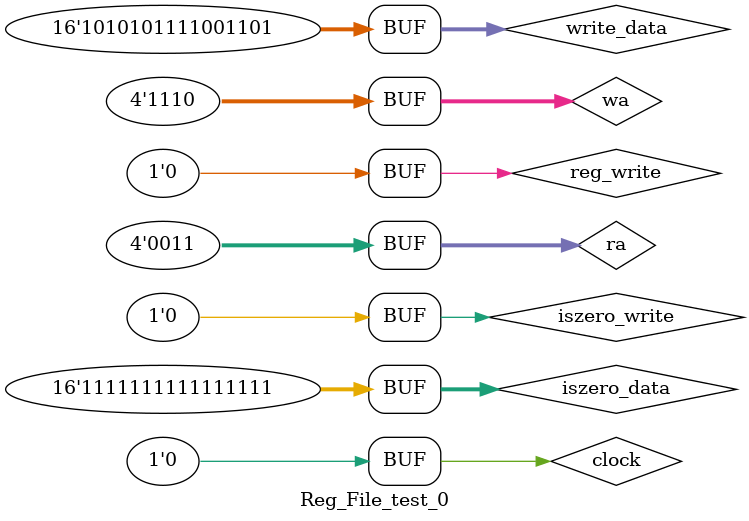
<source format=v>
`timescale 1ns / 1ps


module Reg_File_test_0;

	// Inputs
	reg clock;
	reg [3:0] ra;
	reg [3:0] wa;
	reg [15:0] write_data;
	reg [15:0] iszero_data;
	reg [15:0] in_data;
	reg reg_write;
	reg iszero_write;
	reg in_data_write;

	// Outputs
	wire [15:0] acc_data;
	wire [15:0] read_data;
	wire [15:0] out_data;

	// Instantiate the Unit Under Test (UUT)
	Reg_File uut (
		.clock(clock), 
		.ra(ra), 
		.wa(wa), 
		.write_data(write_data), 
		.iszero_data(iszero_data), 
		.reg_write(reg_write), 
		.in_data_write(in_data_write),
		.iszero_write(iszero_write), 
		.acc_data(acc_data), 
		.read_data(read_data),
		.in_data(in_data),
		.out_data(out_data)
	);

	initial begin
		// Initialize Inputs
		clock = 0;
		ra = 0;
		wa = 0;
		write_data = 0;
		reg_write = 0;
		
		iszero_data = 0;
		iszero_write = 0;

		// Wait 100 ns for global reset to finish
		#100;
		//Read
		//Write
		//Read
		ra = 0;
		reg_write = 0;
		repeat (15)begin
			clock = 1; #10; //Read	
			clock = 0; #10;
			
			wa = ra;
			reg_write = 1;
			write_data = 16'hABCD;
			
			clock = 1; #10; //Write	
			clock = 0; #10;
			
			reg_write = 0;
			
			if((ra == 0 || ra == 3) && read_data == 16'hABCD)
				$display("fail");
			else if((ra != 0 && ra != 3) && read_data != 16'hABCD)
				$display("fail");
			else
				$display("pass");
			ra = ra + 1;
		end
		
		clock = 1; #10; //Read ACC	
		clock = 0; #10;
		
		iszero_data = 16'hFFFF;
		iszero_write = 1;
		
		clock = 1; #10; //Write	
		clock = 0; #10;
		
		iszero_write = 0;
		ra = 3;
		
		clock = 1; #10; //Read	
		clock = 0; #10;
		
	end
      
endmodule


</source>
